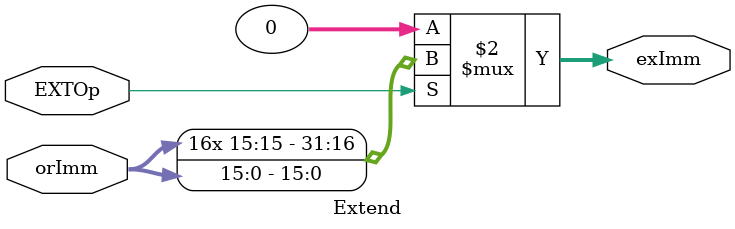
<source format=v>
module Extend(orImm, EXTOp, exImm);
       input [15:0] orImm;
       input EXTOp;
       output[31:0] exImm;
	
	assign exImm = (EXTOp == 1'b1)? {{16{orImm[15]}},orImm[15:0]}: 32'd0;
endmodule

</source>
